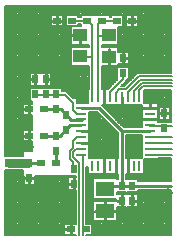
<source format=gtl>
%FSLAX24Y24*%
%MOIN*%
G70*
G01*
G75*
G04 Layer_Physical_Order=1*
G04 Layer_Color=255*
%ADD10C,0.0080*%
%ADD11R,0.0200X0.0250*%
%ADD12R,0.0250X0.0200*%
%ADD13R,0.0472X0.0433*%
%ADD14R,0.0110X0.0354*%
%ADD15R,0.0354X0.0110*%
%ADD16R,0.0354X0.0110*%
%ADD17R,0.0591X0.0512*%
%ADD18C,0.0100*%
%ADD19C,0.0300*%
%ADD20C,0.0060*%
%ADD21R,0.0510X0.0300*%
%ADD22C,0.0320*%
D10*
X4555Y8765D02*
G03*
X4470Y8800I-85J-85D01*
G01*
X4555Y8765D02*
G03*
X4470Y8800I-85J-85D01*
G01*
X6505Y9115D02*
G03*
X6539Y9185I-85J85D01*
G01*
X6505Y9115D02*
G03*
X6539Y9185I-85J85D01*
G01*
X6950Y9410D02*
G03*
X6865Y9375I0J-120D01*
G01*
X6950Y9410D02*
G03*
X6865Y9375I0J-120D01*
G01*
X2500Y4000D02*
X4455Y4000D01*
X3428Y4000D02*
X3428Y5675D01*
X2500Y4000D02*
X4455Y4000D01*
X3218Y4000D02*
X3218Y5675D01*
X3148Y4000D02*
X3148Y5675D01*
X3358Y4000D02*
X3358Y5675D01*
X3288Y4000D02*
X3288Y5675D01*
X2500Y4210D02*
X4455Y4210D01*
X2500Y4280D02*
X4455Y4280D01*
X2500Y4070D02*
X4455Y4070D01*
X2500Y4140D02*
X4455Y4140D01*
X2500Y4910D02*
X4840Y4910D01*
X2500Y4980D02*
X4840Y4980D01*
X2500Y4350D02*
X4455Y4350D01*
X2500Y4840D02*
X4840Y4840D01*
X2500Y5820D02*
X3110Y5820D01*
X2500Y5890D02*
X3110Y5890D01*
X2500Y5680D02*
X3110Y5680D01*
X2500Y5750D02*
X3110Y5750D01*
X3110Y5675D02*
X3110Y5980D01*
X2500Y5960D02*
X3110Y5960D01*
X2500Y5050D02*
X4840Y5050D01*
X2500Y5540D02*
X4580Y5540D01*
X2500Y5610D02*
X4580Y5610D01*
X3110Y5675D02*
X3490Y5675D01*
X3490Y5680D02*
X4580Y5680D01*
X3490Y5675D02*
X3490Y5980D01*
X3490Y5890D02*
X4580Y5890D01*
X4128Y4000D02*
X4128Y5980D01*
X4268Y4000D02*
X4268Y5980D01*
X4198Y4000D02*
X4198Y5980D01*
X3568Y4000D02*
X3568Y5980D01*
X3498Y4000D02*
X3498Y5980D01*
X4058Y4000D02*
X4058Y5980D01*
X3848Y4000D02*
X3848Y5980D01*
X4455Y4000D02*
X4840Y4000D01*
X4455Y4000D02*
X4840Y4000D01*
X4408Y4000D02*
X4408Y5980D01*
X4338Y4000D02*
X4338Y5980D01*
X4455Y4000D02*
X4455Y4380D01*
X3490Y5750D02*
X4580Y5750D01*
X3490Y5820D02*
X4580Y5820D01*
X4618Y4380D02*
X4618Y5495D01*
X4580Y5495D02*
X4580Y5925D01*
X4548Y4380D02*
X4548Y5980D01*
X4478Y4380D02*
X4478Y5980D01*
X4688Y5925D02*
X4688Y5980D01*
X4618Y5925D02*
X4618Y5980D01*
X4688Y4380D02*
X4688Y5495D01*
X4828Y4380D02*
X4828Y5495D01*
X4758Y4380D02*
X4758Y5495D01*
X4758Y5925D02*
X4758Y5980D01*
X4828Y5925D02*
X4828Y5980D01*
X2500Y4000D02*
X2500Y6160D01*
X2588Y4000D02*
X2588Y6160D01*
X2518Y4000D02*
X2518Y6160D01*
X2500Y6640D02*
X2630Y6640D01*
X2500Y6640D02*
X2500Y11620D01*
X2658Y4000D02*
X2658Y6160D01*
X2500Y6160D02*
X2630Y6160D01*
X2500Y6030D02*
X3100Y6030D01*
X2500Y6100D02*
X3100Y6100D01*
X2798Y4000D02*
X2798Y6160D01*
X2728Y4000D02*
X2728Y6160D01*
X2630Y6160D02*
X3060Y6160D01*
X2630Y6160D02*
X3060Y6160D01*
X2658Y6640D02*
X2658Y11620D01*
X2630Y6640D02*
X3060Y6640D01*
X2500Y7220D02*
X3085Y7220D01*
X2500Y7360D02*
X3085Y7360D01*
X2630Y6640D02*
X3060Y6640D01*
X2500Y7150D02*
X3085Y7150D01*
X2518Y6640D02*
X2518Y11620D01*
X2500Y7430D02*
X3085Y7430D01*
X2728Y6640D02*
X2728Y11620D01*
X2588Y6640D02*
X2588Y11620D01*
X2500Y6800D02*
X3100Y6800D01*
X2500Y6870D02*
X3400Y6870D01*
X2500Y6660D02*
X3100Y6660D01*
X2500Y6730D02*
X3100Y6730D01*
X2500Y7080D02*
X3400Y7080D01*
X2500Y7290D02*
X3085Y7290D01*
X2500Y6940D02*
X3400Y6940D01*
X2500Y7010D02*
X3400Y7010D01*
X2938Y4000D02*
X2938Y6160D01*
X2868Y4000D02*
X2868Y6160D01*
X3078Y4000D02*
X3078Y6160D01*
X3008Y4000D02*
X3008Y6160D01*
X2868Y6640D02*
X2868Y11620D01*
X2798Y6640D02*
X2798Y11620D01*
X3100Y6640D02*
X3100Y6800D01*
X3078Y6640D02*
X3078Y11620D01*
X3778Y4000D02*
X3778Y5980D01*
X3708Y4000D02*
X3708Y5980D01*
X3988Y4000D02*
X3988Y5980D01*
X3918Y4000D02*
X3918Y5980D01*
X3060Y6160D02*
X3100Y6160D01*
X3060Y6640D02*
X3100Y6640D01*
X3638Y4000D02*
X3638Y5980D01*
X3100Y5980D02*
X3100Y6160D01*
X3148Y6800D02*
X3148Y7120D01*
X3288Y6800D02*
X3288Y7120D01*
X3218Y6800D02*
X3218Y7120D01*
X3008Y6640D02*
X3008Y11620D01*
X2938Y6640D02*
X2938Y11620D01*
X3085Y7120D02*
X3085Y7500D01*
X3288Y7500D02*
X3288Y8000D01*
X3100Y6800D02*
X3400Y6800D01*
X3100Y6800D02*
X3400Y6800D01*
X3400Y7120D01*
X3358Y6800D02*
X3358Y7120D01*
X3085Y7120D02*
X3400Y7120D01*
X3358Y7500D02*
X3358Y8000D01*
X2500Y4490D02*
X4840Y4490D01*
X4455Y4380D02*
X4840Y4380D01*
X2500Y4420D02*
X4840Y4420D01*
X2500Y4560D02*
X4840Y4560D01*
X2500Y4630D02*
X4840Y4630D01*
X4840Y4380D02*
X4840Y5495D01*
X2500Y4700D02*
X4840Y4700D01*
X5190Y4380D02*
X5385Y4380D01*
X5190Y4420D02*
X8030Y4420D01*
X5190Y4000D02*
X5385Y4000D01*
X5190Y4000D02*
X5385Y4000D01*
X5190Y4630D02*
X5435Y4630D01*
X5190Y4700D02*
X5435Y4700D01*
X5190Y4490D02*
X5435Y4490D01*
X5190Y4560D02*
X5435Y4560D01*
X2500Y5190D02*
X4840Y5190D01*
X2500Y5260D02*
X4840Y5260D01*
X2500Y4770D02*
X4840Y4770D01*
X2500Y5120D02*
X4840Y5120D01*
X2500Y5330D02*
X4840Y5330D01*
X2500Y5470D02*
X4840Y5470D01*
X4580Y5495D02*
X4840Y5495D01*
X4580Y5925D02*
X4840Y5925D01*
X5190Y4910D02*
X5435Y4910D01*
X5190Y4980D02*
X5435Y4980D01*
X5190Y4770D02*
X5435Y4770D01*
X5190Y4840D02*
X5435Y4840D01*
X5190Y5050D02*
X5435Y5050D01*
X2500Y5400D02*
X4840Y5400D01*
X5190Y5120D02*
X5435Y5120D01*
X5190Y5470D02*
X5435Y5470D01*
X5458Y4000D02*
X5458Y4456D01*
X5385Y4000D02*
X5385Y4380D01*
X5598Y4000D02*
X5598Y4456D01*
X5528Y4000D02*
X5528Y4456D01*
X5435Y4456D02*
X5435Y5148D01*
X5668Y5148D02*
X5668Y5204D01*
X5598Y5148D02*
X5598Y5204D01*
X5385Y4070D02*
X8030Y4070D01*
X5385Y4140D02*
X8030Y4140D01*
X5385Y4000D02*
X8030Y4000D01*
X5385Y4000D02*
X8030Y4000D01*
X5385Y4210D02*
X8030Y4210D01*
X5385Y4280D02*
X8030Y4280D01*
X5385Y4350D02*
X8030Y4350D01*
X5435Y4456D02*
X6205Y4456D01*
X5190Y5400D02*
X5435Y5400D01*
X5190Y5540D02*
X5435Y5540D01*
X5190Y5260D02*
X5435Y5260D01*
X5190Y5330D02*
X5435Y5330D01*
X5190Y5610D02*
X5435Y5610D01*
X5190Y5820D02*
X5435Y5820D01*
X5435Y5204D02*
X5435Y5896D01*
X5190Y5890D02*
X5435Y5890D01*
X5435Y5148D02*
X6180Y5148D01*
X5190Y5190D02*
X6180Y5190D01*
X5528Y5148D02*
X5528Y5204D01*
X5458Y5148D02*
X5458Y5204D01*
X5190Y5680D02*
X5435Y5680D01*
X5190Y5750D02*
X5435Y5750D01*
X5435Y5204D02*
X6180Y5204D01*
X5435Y5896D02*
X6205Y5896D01*
X3490Y5960D02*
X4840Y5960D01*
X4840Y5925D02*
X4840Y5980D01*
X3490Y5980D02*
X4840Y5980D01*
X5190Y6100D02*
X5247Y6100D01*
X5190Y6240D02*
X5247Y6240D01*
X5190Y4380D02*
X5190Y6280D01*
X5247Y6035D02*
X5247Y6280D01*
X5190Y5960D02*
X6237Y5960D01*
X5190Y6030D02*
X6237Y6030D01*
X5248Y4380D02*
X5248Y6035D01*
X5247Y6035D02*
X5444Y6035D01*
X5190Y6170D02*
X5247Y6170D01*
X5190Y6280D02*
X5247Y6280D01*
X5289Y6570D02*
X5289Y6724D01*
X5289Y6590D02*
X6237Y6590D01*
X5289Y6818D02*
X5289Y6921D01*
X5289Y6724D02*
X5289Y6818D01*
X5289Y6724D02*
X5289Y6818D01*
X5289Y7211D02*
X5289Y7315D01*
X5289Y7408D02*
X5289Y7512D01*
X5289Y7430D02*
X6222Y7430D01*
X5289Y6800D02*
X6237Y6800D01*
X5289Y6870D02*
X6237Y6870D01*
X5289Y6660D02*
X6237Y6660D01*
X5289Y6730D02*
X6237Y6730D01*
X5289Y7290D02*
X6237Y7290D01*
X5289Y7360D02*
X6237Y7360D01*
X5289Y6940D02*
X6237Y6940D01*
X5289Y7220D02*
X6237Y7220D01*
X5388Y4000D02*
X5388Y6035D01*
X5318Y4380D02*
X5318Y6035D01*
X5458Y5896D02*
X5458Y6035D01*
X5444Y6035D02*
X5538Y6035D01*
X5318Y6569D02*
X5318Y8100D01*
X5290Y6569D02*
X5444Y6569D01*
X5528Y5896D02*
X5528Y6035D01*
X5388Y6569D02*
X5388Y8100D01*
X5538Y6035D02*
X5641Y6035D01*
X5444Y6035D02*
X5538Y6035D01*
X5598Y5896D02*
X5598Y6035D01*
X5641Y6035D02*
X5734Y6035D01*
X5641Y6569D02*
X5734Y6569D01*
X5598Y6569D02*
X5598Y8054D01*
X5641Y6035D02*
X5734Y6035D01*
X5641Y6569D02*
X5734Y6569D01*
X5289Y7014D02*
X5289Y7118D01*
X5289Y7211D01*
X5289Y6921D02*
X5289Y7014D01*
X5289Y6921D02*
X5289Y7014D01*
X5289Y7118D02*
X5289Y7211D01*
X5289Y7315D02*
X5289Y7408D01*
X5458Y6569D02*
X5458Y8100D01*
X5289Y7315D02*
X5289Y7408D01*
X5444Y6569D02*
X5538Y6569D01*
X5289Y7010D02*
X6237Y7010D01*
X5538Y6569D02*
X5641Y6569D01*
X5444Y6569D02*
X5538Y6569D01*
X5289Y7080D02*
X6237Y7080D01*
X5289Y7150D02*
X6237Y7150D01*
X5528Y6569D02*
X5528Y8100D01*
X5552Y8100D02*
X6237Y7415D01*
X2500Y7500D02*
X3085Y7500D01*
X3400Y7500D01*
X2500Y7570D02*
X3400Y7570D01*
X3085Y8000D02*
X3085Y8380D01*
X2500Y8060D02*
X3085Y8060D01*
X3218Y7500D02*
X3218Y8000D01*
X3148Y7500D02*
X3148Y8000D01*
X2500Y7710D02*
X3400Y7710D01*
X2500Y7780D02*
X3400Y7780D01*
X3085Y7500D02*
X3400Y7500D01*
X2500Y7640D02*
X3400Y7640D01*
X2500Y7850D02*
X3400Y7850D01*
X2500Y7920D02*
X3400Y7920D01*
X2500Y7990D02*
X3400Y7990D01*
X3085Y8000D02*
X3400Y8000D01*
X2500Y8130D02*
X3085Y8130D01*
X2500Y8200D02*
X3085Y8200D01*
X2500Y8270D02*
X3085Y8270D01*
X2500Y8550D02*
X3310Y8550D01*
X2500Y8900D02*
X3310Y8900D01*
X2500Y8340D02*
X3085Y8340D01*
X2500Y8480D02*
X3310Y8480D01*
X2500Y8620D02*
X3310Y8620D01*
X2500Y8690D02*
X3310Y8690D01*
X3085Y8380D02*
X3400Y8380D01*
X2500Y8410D02*
X3400Y8410D01*
X2500Y9040D02*
X3310Y9040D01*
X2500Y9110D02*
X3310Y9110D01*
X2500Y8760D02*
X3310Y8760D01*
X2500Y8830D02*
X3310Y8830D01*
X3358Y8380D02*
X3358Y8475D01*
X3310Y8475D02*
X3310Y8905D01*
X3310Y8475D02*
X3400Y8475D01*
X3400Y8380D02*
X3400Y8475D01*
X3358Y8905D02*
X3358Y8975D01*
X3400Y7500D02*
X3400Y8000D01*
X3310Y8905D02*
X3650Y8905D01*
X4370Y8800D02*
X4470Y8800D01*
X3568Y8905D02*
X3568Y8975D01*
X3498Y8905D02*
X3498Y8975D01*
X4370Y8800D02*
X4370Y8905D01*
X3638Y8905D02*
X3638Y8975D01*
X3428Y8905D02*
X3428Y8975D01*
X3310Y8975D02*
X3650Y8975D01*
X3650Y8905D02*
X3690Y8905D01*
X3650Y8905D02*
X3690Y8905D01*
X3650Y8975D02*
X3690Y8975D01*
X3650Y8975D02*
X3690Y8975D01*
X3778Y8905D02*
X3778Y8975D01*
X3708Y8905D02*
X3708Y8975D01*
X3990Y8905D02*
X4030Y8905D01*
X3690Y8905D02*
X3990Y8905D01*
X4030Y8905D02*
X4370Y8905D01*
X3990Y8905D02*
X4030Y8905D01*
X3848Y8905D02*
X3848Y8975D01*
X3690Y8975D02*
X4030Y8975D01*
X3988Y8905D02*
X3988Y8975D01*
X3918Y8905D02*
X3918Y8975D01*
X2500Y9390D02*
X3310Y9390D01*
X2500Y9180D02*
X3310Y9180D01*
X2500Y9320D02*
X3310Y9320D01*
X3218Y8380D02*
X3218Y11620D01*
X3148Y8380D02*
X3148Y11620D01*
X3288Y8380D02*
X3288Y11620D01*
X3310Y8975D02*
X3310Y9405D01*
X2500Y9250D02*
X3310Y9250D01*
X3310Y9405D02*
X3650Y9405D01*
X3498Y9405D02*
X3498Y11620D01*
X3428Y9405D02*
X3428Y11620D01*
X3650Y9405D02*
X3690Y9405D01*
X3650Y9405D02*
X3690Y9405D01*
X3568Y9405D02*
X3568Y11620D01*
X3358Y9405D02*
X3358Y11620D01*
X3708Y9405D02*
X3708Y11620D01*
X3638Y9405D02*
X3638Y11620D01*
X2500Y11070D02*
X4005Y11070D01*
X2500Y11140D02*
X4005Y11140D01*
X3690Y9405D02*
X4030Y9405D01*
X2500Y11000D02*
X4005Y11000D01*
X2500Y11210D02*
X4005Y11210D01*
X2500Y11280D02*
X4005Y11280D01*
X3848Y9405D02*
X3848Y11620D01*
X3778Y9405D02*
X3778Y11620D01*
X4058Y8905D02*
X4058Y10960D01*
X4030Y8975D02*
X4030Y9405D01*
X4198Y8905D02*
X4198Y10960D01*
X4128Y8905D02*
X4128Y10960D01*
X3988Y9405D02*
X3988Y11620D01*
X3918Y9405D02*
X3918Y11620D01*
X4005Y10960D02*
X4005Y11340D01*
X4338Y8905D02*
X4338Y10960D01*
X4005Y10960D02*
X4435Y10960D01*
X4548Y8771D02*
X4548Y10960D01*
X4408Y8800D02*
X4408Y10960D01*
X4268Y8905D02*
X4268Y10960D01*
X4435Y10960D02*
X4435Y11340D01*
X4478Y8800D02*
X4478Y11620D01*
X4505Y10960D02*
X4505Y11340D01*
X4128Y11340D02*
X4128Y11620D01*
X4198Y11340D02*
X4198Y11620D01*
X4058Y11340D02*
X4058Y11620D01*
X4338Y11340D02*
X4338Y11620D01*
X4268Y11340D02*
X4268Y11620D01*
X4435Y11140D02*
X4505Y11140D01*
X4435Y11210D02*
X4505Y11210D01*
X4435Y11000D02*
X4505Y11000D01*
X4435Y11070D02*
X4505Y11070D01*
X4408Y11340D02*
X4408Y11620D01*
X4005Y11340D02*
X4435Y11340D01*
X4435Y11280D02*
X4505Y11280D01*
X4548Y11340D02*
X4548Y11620D01*
X4560Y8760D02*
X5247Y8760D01*
X4760Y8560D02*
X4900Y8560D01*
X4630Y8690D02*
X5247Y8690D01*
X4555Y8765D02*
X4760Y8560D01*
X4758Y8562D02*
X4758Y9644D01*
X4688Y8632D02*
X4688Y9644D01*
X4370Y8900D02*
X5272Y8900D01*
X2500Y8970D02*
X5272Y8970D01*
X4700Y8620D02*
X5247Y8620D01*
X4370Y8830D02*
X5247Y8830D01*
X4030Y9180D02*
X5272Y9180D01*
X4030Y9250D02*
X5272Y9250D01*
X4030Y9040D02*
X5272Y9040D01*
X4030Y9110D02*
X5272Y9110D01*
X2500Y9880D02*
X4674Y9880D01*
X2500Y9950D02*
X4674Y9950D01*
X2500Y9740D02*
X4674Y9740D01*
X2500Y9810D02*
X4674Y9810D01*
X2500Y10160D02*
X4674Y10160D01*
X2500Y10230D02*
X4674Y10230D01*
X2500Y10020D02*
X4674Y10020D01*
X2500Y10090D02*
X4674Y10090D01*
X2500Y9460D02*
X5272Y9460D01*
X2500Y9530D02*
X5272Y9530D01*
X4030Y9320D02*
X5272Y9320D01*
X4030Y9390D02*
X5272Y9390D01*
X2500Y9600D02*
X5272Y9600D01*
X2500Y9670D02*
X4674Y9670D01*
X4674Y9644D02*
X5272Y9644D01*
X4674Y9644D02*
X4674Y10257D01*
X5289Y7605D02*
X5289Y7708D01*
X5289Y7802D01*
X5289Y7512D02*
X5289Y7605D01*
X5289Y7512D02*
X5289Y7605D01*
X5289Y7905D02*
X5289Y7999D01*
X5289Y7905D02*
X5289Y7999D01*
X5289Y7708D02*
X5289Y7802D01*
X5289Y7905D01*
X5289Y7640D02*
X6012Y7640D01*
X5289Y7710D02*
X5942Y7710D01*
X5289Y7500D02*
X6152Y7500D01*
X5289Y7570D02*
X6082Y7570D01*
X5289Y7920D02*
X5732Y7920D01*
X5289Y7990D02*
X5662Y7990D01*
X5289Y7780D02*
X5872Y7780D01*
X5289Y7850D02*
X5802Y7850D01*
X4898Y8560D02*
X4898Y9644D01*
X4828Y8560D02*
X4828Y9644D01*
X4900Y8392D02*
X4900Y8560D01*
X4900Y8480D02*
X5247Y8480D01*
X5038Y8392D02*
X5038Y9644D01*
X4968Y8392D02*
X4968Y9644D01*
X5178Y8392D02*
X5178Y9644D01*
X5108Y8392D02*
X5108Y9644D01*
X5289Y8100D02*
X5552Y8100D01*
X4900Y8392D02*
X5247Y8392D01*
X5289Y7999D02*
X5289Y8100D01*
X5289Y8060D02*
X5592Y8060D01*
X4900Y8410D02*
X5247Y8410D01*
X4900Y8550D02*
X5247Y8550D01*
X5247Y8392D02*
X5247Y8865D01*
X5272Y8865D02*
X5272Y9644D01*
X2500Y10510D02*
X4674Y10510D01*
X2500Y10370D02*
X4674Y10370D01*
X2500Y10440D02*
X4674Y10440D01*
X2500Y10650D02*
X4674Y10650D01*
X2500Y10720D02*
X4674Y10720D01*
X4618Y8702D02*
X4618Y10960D01*
X4674Y10344D02*
X4674Y10957D01*
X4674Y10257D02*
X5272Y10257D01*
X2500Y10300D02*
X5272Y10300D01*
X4828Y10257D02*
X4828Y10344D01*
X4758Y10257D02*
X4758Y10344D01*
X4674Y10344D02*
X5272Y10344D01*
X2500Y10580D02*
X4674Y10580D01*
X4688Y10257D02*
X4688Y10344D01*
X2500Y10790D02*
X4674Y10790D01*
X2500Y10860D02*
X4674Y10860D01*
X2500Y10930D02*
X4674Y10930D01*
X4618Y11340D02*
X4618Y11620D01*
X4758Y11340D02*
X4758Y11620D01*
X4688Y11340D02*
X4688Y11620D01*
X4898Y11340D02*
X4898Y11620D01*
X4828Y11340D02*
X4828Y11620D01*
X4505Y11340D02*
X4935Y11340D01*
X2500Y11350D02*
X8030Y11350D01*
X4674Y10957D02*
X5005Y10957D01*
X4505Y10960D02*
X4935Y10960D01*
X2500Y11560D02*
X8030Y11560D01*
X2500Y11620D02*
X8030Y11620D01*
X2500Y11420D02*
X8030Y11420D01*
X2500Y11490D02*
X8030Y11490D01*
X4898Y10257D02*
X4898Y10344D01*
X4935Y10960D02*
X4935Y11020D01*
X4968Y10257D02*
X4968Y10344D01*
X4968Y10957D02*
X4968Y11020D01*
X4935Y11020D02*
X5005Y11020D01*
X4935Y11260D02*
X4935Y11340D01*
X5005Y10957D02*
X5005Y11020D01*
X4968Y11260D02*
X4968Y11620D01*
X5178Y10257D02*
X5178Y10344D01*
X5108Y10257D02*
X5108Y10344D01*
X5272Y10257D02*
X5272Y10344D01*
X5248Y10257D02*
X5248Y10344D01*
X4935Y11000D02*
X5005Y11000D01*
X5038Y10257D02*
X5038Y10344D01*
X5005Y11260D02*
X5005Y11330D01*
X4935Y11260D02*
X5005Y11260D01*
X4935Y11280D02*
X5005Y11280D01*
X5108Y11330D02*
X5108Y11620D01*
X5038Y11330D02*
X5038Y11620D01*
X5248Y11330D02*
X5248Y11620D01*
X5178Y11330D02*
X5178Y11620D01*
X5388Y11330D02*
X5388Y11620D01*
X5318Y11330D02*
X5318Y11620D01*
X5010Y11330D02*
X5435Y11330D01*
X5010Y11330D02*
X5435Y11330D01*
X5505Y11330D02*
X5935Y11330D01*
X5435Y11330D02*
X5505Y11330D01*
X5935Y11330D01*
X5458Y11330D02*
X5458Y11620D01*
X5598Y11330D02*
X5598Y11620D01*
X5528Y11330D02*
X5528Y11620D01*
X5668Y4000D02*
X5668Y4456D01*
X5808Y4000D02*
X5808Y4456D01*
X5738Y4000D02*
X5738Y4456D01*
X5738Y5148D02*
X5738Y5204D01*
X5878Y4000D02*
X5878Y4456D01*
X6018Y4000D02*
X6018Y4456D01*
X5948Y4000D02*
X5948Y4456D01*
X6158Y4000D02*
X6158Y4456D01*
X6088Y4000D02*
X6088Y4456D01*
X5948Y5148D02*
X5948Y5204D01*
X6205Y4456D02*
X6205Y4935D01*
X6530Y4935D01*
X5878Y5148D02*
X5878Y5204D01*
X5808Y5148D02*
X5808Y5204D01*
X6088Y5148D02*
X6088Y5204D01*
X6018Y5148D02*
X6018Y5204D01*
X5948Y5896D02*
X5948Y6035D01*
X5931Y6035D02*
X6035Y6035D01*
X6018Y5896D02*
X6018Y6035D01*
X6035Y6035D02*
X6128Y6035D01*
X6180Y5148D02*
X6180Y5204D01*
X6158Y5148D02*
X6158Y5204D01*
X6205Y5365D02*
X6205Y5435D01*
X6530Y5435D01*
X6205Y5865D02*
X6205Y5896D01*
X6158Y5896D02*
X6158Y6035D01*
X6205Y5865D02*
X6237Y5865D01*
X6205Y5890D02*
X6237Y5890D01*
X6298Y4000D02*
X6298Y4935D01*
X6438Y4000D02*
X6438Y4935D01*
X6368Y4000D02*
X6368Y4935D01*
X6228Y4000D02*
X6228Y4935D01*
X6648Y4000D02*
X6648Y4935D01*
X6578Y4000D02*
X6578Y4935D01*
X6858Y4000D02*
X6858Y4935D01*
X6718Y4000D02*
X6718Y4935D01*
X6508Y4000D02*
X6508Y4935D01*
X6788Y4000D02*
X6788Y4935D01*
X6228Y5365D02*
X6228Y5435D01*
X6205Y5365D02*
X6530Y5365D01*
X6368Y5365D02*
X6368Y5435D01*
X6298Y5365D02*
X6298Y5435D01*
X6508Y5365D02*
X6508Y5435D01*
X6438Y5365D02*
X6438Y5435D01*
X6648Y5365D02*
X6648Y5435D01*
X6578Y5365D02*
X6578Y5435D01*
X6560Y5365D02*
X6910Y5365D01*
X6788Y5365D02*
X6788Y5435D01*
X6718Y5365D02*
X6718Y5435D01*
X6648Y5865D02*
X6648Y6035D01*
X6625Y6035D02*
X6719Y6035D01*
X6858Y5365D02*
X6858Y5435D01*
X6718Y5865D02*
X6718Y6035D01*
X5734Y6035D02*
X5838Y6035D01*
X5808Y5896D02*
X5808Y6035D01*
X5738Y5896D02*
X5738Y6035D01*
X5668Y5896D02*
X5668Y6035D01*
X5808Y6569D02*
X5808Y7844D01*
X5838Y6035D02*
X5931Y6035D01*
X5838Y6035D02*
X5931Y6035D01*
X6088Y5896D02*
X6088Y6035D01*
X5878Y5896D02*
X5878Y6035D01*
X6128Y6035D02*
X6232Y6035D01*
X6035Y6035D02*
X6128Y6035D01*
X5838Y6569D02*
X5931Y6569D01*
X5734Y6569D02*
X5838Y6569D01*
X6018Y6569D02*
X6018Y7634D01*
X5838Y6569D02*
X5931Y6569D01*
X5738Y6569D02*
X5738Y7914D01*
X5668Y6569D02*
X5668Y7984D01*
X5948Y6569D02*
X5948Y7704D01*
X5878Y6569D02*
X5878Y7774D01*
X6035Y6569D02*
X6128Y6569D01*
X5931Y6569D02*
X6035Y6569D01*
X6128Y6569D02*
X6232Y6569D01*
X6035Y6569D02*
X6128Y6569D01*
X6088Y6569D02*
X6088Y7564D01*
X5717Y8331D02*
X6448Y7600D01*
X6228Y6569D02*
X6228Y7424D01*
X6158Y6569D02*
X6158Y7494D01*
X6237Y5865D02*
X6237Y6035D01*
X6228Y5865D02*
X6228Y6035D01*
X6578Y5865D02*
X6578Y6035D01*
X6517Y5865D02*
X6517Y6035D01*
X6517Y6569D02*
X6517Y7320D01*
X6578Y6569D02*
X6578Y7320D01*
X6625Y6035D02*
X6719Y6035D01*
X6522Y6035D02*
X6625Y6035D01*
X6858Y5865D02*
X6858Y6035D01*
X6788Y5865D02*
X6788Y6035D01*
X6718Y6569D02*
X6718Y7320D01*
X6522Y6569D02*
X6625Y6569D01*
X6719Y6035D02*
X6822Y6035D01*
X6858Y6569D02*
X6858Y7320D01*
X6237Y6569D02*
X6237Y7415D01*
X6228Y7820D02*
X6228Y8331D01*
X6648Y6569D02*
X6648Y7320D01*
X6298Y7750D02*
X6298Y8331D01*
X6438Y7610D02*
X6438Y8331D01*
X6368Y7680D02*
X6368Y8331D01*
X6578Y7600D02*
X6578Y8331D01*
X6508Y7600D02*
X6508Y8331D01*
X6625Y6569D02*
X6719Y6569D01*
X6625Y6569D02*
X6719Y6569D01*
X6788Y6569D02*
X6788Y7320D01*
X6719Y6569D02*
X6822Y6569D01*
X6718Y7600D02*
X6718Y8331D01*
X6648Y7600D02*
X6648Y8331D01*
X6858Y7600D02*
X6858Y8331D01*
X6788Y7600D02*
X6788Y8331D01*
X6205Y4700D02*
X8030Y4700D01*
X6205Y4490D02*
X8030Y4490D01*
X6205Y4560D02*
X8030Y4560D01*
X6205Y4770D02*
X8030Y4770D01*
X6560Y4935D02*
X6910Y4935D01*
X6928Y4000D02*
X6928Y5510D01*
X6910Y4935D02*
X6910Y5365D01*
X6205Y4630D02*
X8030Y4630D01*
X6205Y4840D02*
X8030Y4840D01*
X6205Y4910D02*
X8030Y4910D01*
X6910Y4980D02*
X8030Y4980D01*
X6910Y5190D02*
X8030Y5190D01*
X6910Y5260D02*
X8030Y5260D01*
X6910Y5050D02*
X8030Y5050D01*
X6910Y5120D02*
X8030Y5120D01*
X6560Y5435D02*
X6910Y5435D01*
X6560Y5865D02*
X6910Y5865D01*
X6910Y5435D02*
X6910Y5510D01*
X8020Y5510D01*
X6822Y6035D02*
X6916Y6035D01*
X6822Y6035D02*
X6916Y6035D01*
X6910Y5790D02*
X6910Y5865D01*
X6916Y6035D02*
X7112Y6035D01*
X6910Y5330D02*
X8030Y5330D01*
X6205Y5400D02*
X8030Y5400D01*
X6910Y5470D02*
X8030Y5470D01*
X6910Y5790D02*
X8020Y5790D01*
X6517Y5960D02*
X8030Y5960D01*
X6517Y6030D02*
X8030Y6030D01*
X6910Y5820D02*
X8030Y5820D01*
X6517Y5890D02*
X8030Y5890D01*
X7348Y4000D02*
X7348Y5510D01*
X7278Y4000D02*
X7278Y5510D01*
X7488Y4000D02*
X7488Y5510D01*
X7418Y4000D02*
X7418Y5510D01*
X7068Y4000D02*
X7068Y5510D01*
X6998Y4000D02*
X6998Y5510D01*
X7208Y4000D02*
X7208Y5510D01*
X7138Y4000D02*
X7138Y5510D01*
X7628Y4000D02*
X7628Y5510D01*
X7558Y4000D02*
X7558Y5510D01*
X7768Y4000D02*
X7768Y5510D01*
X7698Y4000D02*
X7698Y5510D01*
X7908Y4000D02*
X7908Y5510D01*
X7838Y4000D02*
X7838Y5510D01*
X8030Y4000D02*
X8030Y5510D01*
X7978Y4000D02*
X7978Y5510D01*
X6998Y5790D02*
X6998Y6035D01*
X6928Y5790D02*
X6928Y6035D01*
X7068Y5790D02*
X7068Y6035D01*
X7112Y6035D02*
X7112Y6527D01*
X7208Y5790D02*
X7208Y6527D01*
X7138Y5790D02*
X7138Y6527D01*
X7348Y5790D02*
X7348Y6527D01*
X7278Y5790D02*
X7278Y6527D01*
X7112Y6240D02*
X8030Y6240D01*
X7112Y6310D02*
X8030Y6310D01*
X7112Y6100D02*
X8030Y6100D01*
X7112Y6170D02*
X8030Y6170D01*
X7112Y6380D02*
X8030Y6380D01*
X7112Y6450D02*
X8030Y6450D01*
X7418Y5790D02*
X7418Y6527D01*
X7112Y6520D02*
X8030Y6520D01*
X6517Y6870D02*
X7051Y6870D01*
X6822Y6569D02*
X6916Y6569D01*
X6822Y6569D02*
X6916Y6569D01*
X6928Y6569D02*
X6928Y7320D01*
X6517Y6940D02*
X7051Y6940D01*
X6998Y6569D02*
X6998Y7320D01*
X7051Y6724D02*
X7051Y7014D01*
X6517Y6590D02*
X7051Y6590D01*
X6517Y6660D02*
X7051Y6660D01*
X7051Y6569D02*
X7051Y6724D01*
X6916Y6569D02*
X7051Y6569D01*
X6517Y6730D02*
X7051Y6730D01*
X6517Y6800D02*
X7051Y6800D01*
X7051Y6724D02*
X7051Y6818D01*
X7051Y6921D02*
X7051Y7014D01*
X6517Y7010D02*
X7051Y7010D01*
X6517Y7080D02*
X7051Y7080D01*
X7051Y7014D02*
X7051Y7118D01*
X6517Y7150D02*
X7051Y7150D01*
X6517Y7220D02*
X7051Y7220D01*
X6928Y7600D02*
X6928Y8331D01*
X7051Y7118D02*
X7051Y7211D01*
X6998Y7600D02*
X6998Y8331D01*
X6517Y7320D02*
X7051Y7320D01*
X6448Y7600D02*
X7051Y7600D01*
X7051Y7118D02*
X7051Y7211D01*
X6517Y7290D02*
X7051Y7290D01*
X6338Y7710D02*
X7051Y7710D01*
X6268Y7780D02*
X7051Y7780D01*
X6408Y7640D02*
X7051Y7640D01*
X7051Y7802D02*
X7051Y7905D01*
X7112Y6527D02*
X7585Y6527D01*
X7051Y7211D02*
X7051Y7315D01*
X7558Y5790D02*
X7558Y6527D01*
X7488Y5790D02*
X7488Y6527D01*
X7051Y7605D02*
X7051Y7708D01*
X7051Y7802D01*
X7051Y7708D02*
X7051Y7802D01*
X7585Y7770D02*
X7585Y7802D01*
X7908Y5790D02*
X7908Y6552D01*
X7585Y6552D02*
X8030Y6552D01*
X8030Y5790D02*
X8030Y6552D01*
X7978Y5790D02*
X7978Y6552D01*
X7698Y5790D02*
X7698Y6552D01*
X7628Y5790D02*
X7628Y6552D01*
X7838Y5790D02*
X7838Y6552D01*
X7768Y5790D02*
X7768Y6552D01*
X7585Y7770D02*
X7585Y7802D01*
X7628Y7775D02*
X7628Y7845D01*
X7768Y7775D02*
X7768Y7845D01*
X7698Y7775D02*
X7698Y7845D01*
X7585Y7802D02*
X7585Y7905D01*
X7610Y7845D02*
X7610Y8275D01*
X7610Y7775D02*
X7990Y7775D01*
X7585Y7780D02*
X8030Y7780D01*
X7990Y7770D02*
X8030Y7770D01*
X7908Y7775D02*
X7908Y7845D01*
X7838Y7775D02*
X7838Y7845D01*
X7610Y7845D02*
X7990Y7845D01*
X8030Y7770D02*
X8030Y8840D01*
X7978Y7775D02*
X7978Y7845D01*
X5734Y8331D02*
X5838Y8331D01*
X5808Y8240D02*
X5808Y8331D01*
X5734Y8865D02*
X5838Y8865D01*
X5709Y8865D02*
X5709Y9643D01*
X5738Y8865D02*
X5738Y9643D01*
X5838Y8331D02*
X5931Y8331D01*
X5838Y8331D02*
X5931Y8331D01*
X5948Y8100D02*
X5948Y8331D01*
X5878Y8170D02*
X5878Y8331D01*
X5916Y8865D02*
X6235Y9185D01*
X5838Y8865D02*
X5916Y8865D01*
X6018Y8030D02*
X6018Y8331D01*
X5931Y8331D02*
X6035Y8331D01*
X5709Y8970D02*
X6020Y8970D01*
X5709Y9040D02*
X6090Y9040D01*
X5838Y8865D02*
X5916Y8865D01*
X5709Y8900D02*
X5950Y8900D01*
X5878Y8865D02*
X5878Y9643D01*
X5808Y8865D02*
X5808Y9643D01*
X5948Y8898D02*
X5948Y9643D01*
X6018Y8968D02*
X6018Y9643D01*
X5709Y9250D02*
X6230Y9250D01*
X5709Y9320D02*
X6230Y9320D01*
X5709Y9110D02*
X6160Y9110D01*
X5709Y9180D02*
X6230Y9180D01*
X5709Y9530D02*
X6230Y9530D01*
X5709Y9600D02*
X6230Y9600D01*
X5709Y9390D02*
X6230Y9390D01*
X5709Y9460D02*
X6230Y9460D01*
X6128Y8331D02*
X6232Y8331D01*
X6325Y8331D01*
X6232Y8331D02*
X6325Y8331D01*
X6035Y8331D02*
X6128Y8331D01*
X6035Y8331D02*
X6128Y8331D01*
X6158Y7890D02*
X6158Y8331D01*
X6088Y7960D02*
X6088Y8331D01*
X6428Y8331D02*
X6522Y8331D01*
X6325Y8331D02*
X6428Y8331D01*
X6625Y8331D02*
X6719Y8331D01*
X6428Y8331D02*
X6522Y8331D01*
X6365Y8975D02*
X6466Y8975D01*
X6625Y8331D02*
X6719Y8331D01*
X6522Y8331D02*
X6625Y8331D01*
X6365Y8975D02*
X6505Y9115D01*
X6430Y9040D02*
X6530Y9040D01*
X6438Y8975D02*
X6438Y9048D01*
X6508Y9018D02*
X6508Y9118D01*
X6088Y9038D02*
X6088Y9643D01*
X6158Y9108D02*
X6158Y9643D01*
X6228Y9178D02*
X6228Y9643D01*
X6230Y9185D02*
X6230Y9615D01*
X6500Y9110D02*
X6600Y9110D01*
X6578Y9088D02*
X6578Y9185D01*
X6538Y9180D02*
X6670Y9180D01*
X6230Y9615D02*
X6610Y9615D01*
X6610Y9185D02*
X6610Y9615D01*
X6539Y9185D02*
X6610Y9185D01*
X5738Y10256D02*
X5738Y10344D01*
X5808Y10256D02*
X5808Y10344D01*
X5709Y10256D02*
X5709Y10344D01*
X5948Y10256D02*
X5948Y10344D01*
X5878Y10256D02*
X5878Y10344D01*
X5709Y9643D02*
X6266Y9643D01*
X6266Y9685D02*
X6610Y9685D01*
X6266Y9643D02*
X6266Y9685D01*
X6266Y10115D02*
X6610Y10115D01*
X6018Y10256D02*
X6018Y10344D01*
X5709Y10256D02*
X6266Y10256D01*
X6228Y10256D02*
X6228Y10344D01*
X6158Y10256D02*
X6158Y10344D01*
X5948Y11330D02*
X5948Y11620D01*
X5935Y11330D02*
X5980Y11330D01*
X6005Y11260D02*
X6005Y11330D01*
X5980Y11260D02*
X5980Y11330D01*
X5738Y11330D02*
X5738Y11620D01*
X5668Y11330D02*
X5668Y11620D01*
X5878Y11330D02*
X5878Y11620D01*
X5808Y11330D02*
X5808Y11620D01*
X5709Y10344D02*
X6266Y10344D01*
X6005Y11330D02*
X6435Y11330D01*
X6088Y10256D02*
X6088Y10344D01*
X6266Y10344D02*
X6266Y10950D01*
X6088Y11330D02*
X6088Y11620D01*
X6018Y11330D02*
X6018Y11620D01*
X6228Y11330D02*
X6228Y11620D01*
X6158Y11330D02*
X6158Y11620D01*
X6368Y9615D02*
X6368Y9685D01*
X6298Y9615D02*
X6298Y9685D01*
X6438Y9615D02*
X6438Y9685D01*
X6298Y10115D02*
X6298Y10950D01*
X6266Y10115D02*
X6266Y10256D01*
X6368Y10115D02*
X6368Y10950D01*
X6508Y9615D02*
X6508Y9685D01*
X6578Y9615D02*
X6578Y9685D01*
X6610Y9685D02*
X6610Y10115D01*
X6508Y10115D02*
X6508Y10950D01*
X6438Y10115D02*
X6438Y11620D01*
X6648Y9158D02*
X6648Y10950D01*
X6718Y9228D02*
X6718Y10950D01*
X6266Y10950D02*
X6435Y10950D01*
X6435Y11000D02*
X6505Y11000D01*
X6435Y11070D02*
X6505Y11070D01*
X6435Y11140D02*
X6505Y11140D01*
X6368Y11330D02*
X6368Y11620D01*
X6298Y11330D02*
X6298Y11620D01*
X6505Y10950D02*
X6505Y11330D01*
X6435Y10950D02*
X6435Y11330D01*
X6435Y11210D02*
X6505Y11210D01*
X6435Y11280D02*
X6505Y11280D01*
X6578Y10115D02*
X6578Y10950D01*
X6578Y11330D02*
X6578Y11620D01*
X6508Y11330D02*
X6508Y11620D01*
X6718Y11330D02*
X6718Y11620D01*
X6648Y11330D02*
X6648Y11620D01*
X6058Y7990D02*
X7051Y7990D01*
X6198Y7850D02*
X7051Y7850D01*
X6128Y7920D02*
X7051Y7920D01*
X5988Y8060D02*
X7051Y8060D01*
X6822Y8331D02*
X6916Y8331D01*
X7051Y7905D02*
X7051Y7999D01*
X7051Y8102D01*
X7051Y7905D02*
X7051Y7999D01*
X5918Y8130D02*
X7051Y8130D01*
X7051Y8102D02*
X7051Y8196D01*
X7051Y8102D02*
X7051Y8196D01*
X5848Y8200D02*
X7051Y8200D01*
X5778Y8270D02*
X7051Y8270D01*
X7051Y8196D02*
X7051Y8331D01*
X6822Y8331D02*
X6916Y8331D01*
X6719Y8331D02*
X6822Y8331D01*
X6916Y8331D02*
X7051Y8331D01*
X7112Y8392D02*
X7585Y8392D01*
X7112Y8392D02*
X7112Y8816D01*
X7136Y8840D01*
X7208Y8392D02*
X7208Y8840D01*
X7138Y8392D02*
X7138Y8840D01*
X7112Y8550D02*
X8030Y8550D01*
X7112Y8620D02*
X8030Y8620D01*
X7112Y8410D02*
X8030Y8410D01*
X7112Y8480D02*
X8030Y8480D01*
X7112Y8690D02*
X8030Y8690D01*
X7112Y8760D02*
X8030Y8760D01*
X7126Y8830D02*
X8030Y8830D01*
X7136Y8840D02*
X8030Y8840D01*
X7585Y7905D02*
X7585Y7999D01*
X7585Y7905D02*
X7585Y7999D01*
X7585Y8102D01*
X7585Y8196D01*
X7585Y8102D02*
X7585Y8196D01*
X7585Y8392D01*
X7990Y7990D02*
X8030Y7990D01*
X7990Y8060D02*
X8030Y8060D01*
X7990Y7850D02*
X8030Y7850D01*
X7990Y7920D02*
X8030Y7920D01*
X7990Y7845D02*
X7990Y8275D01*
X7990Y8130D02*
X8030Y8130D01*
X7278Y8392D02*
X7278Y8840D01*
X7348Y8392D02*
X7348Y8840D01*
X7488Y8392D02*
X7488Y8840D01*
X7418Y8392D02*
X7418Y8840D01*
X7628Y8275D02*
X7628Y8840D01*
X7558Y8392D02*
X7558Y8840D01*
X7610Y8275D02*
X7990Y8275D01*
X7585Y8340D02*
X8030Y8340D01*
X7990Y8200D02*
X8030Y8200D01*
X7990Y8270D02*
X8030Y8270D01*
X7838Y8275D02*
X7838Y8840D01*
X7698Y8275D02*
X7698Y8840D01*
X7978Y8275D02*
X7978Y8840D01*
X7908Y8275D02*
X7908Y8840D01*
X6466Y8975D02*
X6865Y9375D01*
X6610Y9250D02*
X6740Y9250D01*
X6610Y9320D02*
X6810Y9320D01*
X6610Y9530D02*
X8030Y9530D01*
X6610Y9600D02*
X8030Y9600D01*
X6610Y9390D02*
X6884Y9390D01*
X6610Y9460D02*
X8030Y9460D01*
X6266Y9670D02*
X8030Y9670D01*
X6610Y9740D02*
X8030Y9740D01*
X6610Y9810D02*
X8030Y9810D01*
X6610Y9880D02*
X8030Y9880D01*
X6610Y10090D02*
X8030Y10090D01*
X6266Y10160D02*
X8030Y10160D01*
X6610Y9950D02*
X8030Y9950D01*
X6610Y10020D02*
X8030Y10020D01*
X6266Y10370D02*
X8030Y10370D01*
X6266Y10440D02*
X8030Y10440D01*
X6266Y10510D02*
X8030Y10510D01*
X6505Y10950D02*
X6935Y10950D01*
X6505Y11330D02*
X6935Y11330D01*
X6266Y10230D02*
X8030Y10230D01*
X5709Y10300D02*
X8030Y10300D01*
X6266Y10580D02*
X8030Y10580D01*
X6266Y10650D02*
X8030Y10650D01*
X6266Y10860D02*
X8030Y10860D01*
X6266Y10930D02*
X8030Y10930D01*
X6266Y10720D02*
X8030Y10720D01*
X6266Y10790D02*
X8030Y10790D01*
X6858Y9368D02*
X6858Y10950D01*
X6928Y9408D02*
X6928Y10950D01*
X6788Y9298D02*
X6788Y10950D01*
X6998Y9410D02*
X6998Y11620D01*
X7138Y9410D02*
X7138Y11620D01*
X7068Y9410D02*
X7068Y11620D01*
X7208Y9410D02*
X7208Y11620D01*
X6950Y9410D02*
X8030Y9410D01*
X7768Y8275D02*
X7768Y8840D01*
X7768Y9410D02*
X7768Y11620D01*
X7838Y9410D02*
X7838Y11620D01*
X7278Y9410D02*
X7278Y11620D01*
X8030Y9410D02*
X8030Y11620D01*
X7908Y9410D02*
X7908Y11620D01*
X6858Y11330D02*
X6858Y11620D01*
X6788Y11330D02*
X6788Y11620D01*
X6935Y10950D02*
X6935Y11330D01*
X6928Y11330D02*
X6928Y11620D01*
X7418Y9410D02*
X7418Y11620D01*
X7348Y9410D02*
X7348Y11620D01*
X7558Y9410D02*
X7558Y11620D01*
X7488Y9410D02*
X7488Y11620D01*
X6935Y11140D02*
X8030Y11140D01*
X6935Y11210D02*
X8030Y11210D01*
X6935Y11000D02*
X8030Y11000D01*
X6935Y11070D02*
X8030Y11070D01*
X7628Y9410D02*
X7628Y11620D01*
X6935Y11280D02*
X8030Y11280D01*
X7978Y9410D02*
X7978Y11620D01*
X7698Y9410D02*
X7698Y11620D01*
D11*
X6720Y5150D02*
D03*
X6720Y5650D02*
D03*
X6370Y5150D02*
D03*
X6370Y5650D02*
D03*
X6420Y9400D02*
D03*
X6420Y9900D02*
D03*
X4770Y6210D02*
D03*
X4770Y5710D02*
D03*
X3300Y6390D02*
D03*
X3300Y5890D02*
D03*
X4170Y6800D02*
D03*
X4170Y7300D02*
D03*
X3840Y8690D02*
D03*
X3840Y9190D02*
D03*
X3500Y8690D02*
D03*
X3500Y9190D02*
D03*
X4180Y8690D02*
D03*
X4180Y8190D02*
D03*
X4520Y8000D02*
D03*
X4520Y7500D02*
D03*
X7800Y8060D02*
D03*
X7800Y7560D02*
D03*
D12*
X6220Y11140D02*
D03*
X6720Y11140D02*
D03*
X4720Y11150D02*
D03*
X4220Y11150D02*
D03*
X4670Y4190D02*
D03*
X5170Y4190D02*
D03*
X4170Y6400D02*
D03*
X3670Y6400D02*
D03*
X3300Y7310D02*
D03*
X3800Y7310D02*
D03*
X3800Y8190D02*
D03*
X3300Y8190D02*
D03*
X5720Y11140D02*
D03*
X5220Y11140D02*
D03*
D13*
X5940Y9949D02*
D03*
X5940Y10651D02*
D03*
X5000Y9951D02*
D03*
X5000Y10651D02*
D03*
D14*
X6180Y6302D02*
D03*
X5786Y6302D02*
D03*
X5392Y6302D02*
D03*
X5392Y8598D02*
D03*
X6967Y6302D02*
D03*
X5983Y6302D02*
D03*
X6770Y6302D02*
D03*
X6574Y6302D02*
D03*
X6377Y6302D02*
D03*
X5589Y6302D02*
D03*
X5589Y8598D02*
D03*
X6377Y8598D02*
D03*
X6574Y8598D02*
D03*
X5786Y8598D02*
D03*
X5983Y8598D02*
D03*
X6180Y8598D02*
D03*
X6770Y8598D02*
D03*
X6967Y8598D02*
D03*
D15*
X5022Y8247D02*
D03*
X7318Y8247D02*
D03*
X7318Y6672D02*
D03*
X7318Y8050D02*
D03*
X7318Y7263D02*
D03*
X7318Y7066D02*
D03*
X7318Y7854D02*
D03*
X7318Y7657D02*
D03*
X7318Y7460D02*
D03*
X5022Y6672D02*
D03*
X5022Y7460D02*
D03*
X5022Y7657D02*
D03*
X5022Y6869D02*
D03*
X5022Y7066D02*
D03*
X5022Y7263D02*
D03*
X5022Y7854D02*
D03*
X5022Y8050D02*
D03*
D16*
X7318Y6869D02*
D03*
D17*
X5820Y4802D02*
D03*
X5820Y5550D02*
D03*
D18*
X3300Y6400D02*
X3670Y6400D01*
X4667Y7657D02*
X5022Y7657D01*
X5610Y8240D02*
X6377Y7473D01*
X6380Y7460D02*
X7318Y7460D01*
X6380Y7460D02*
X6380Y7460D01*
X6377Y6302D02*
X6377Y7473D01*
X5010Y8240D02*
X5610Y8240D01*
X5720Y11140D02*
X5730Y11150D01*
X6377Y5647D02*
X6377Y6302D01*
X5830Y5550D02*
X5930Y5650D01*
X6370Y5650D01*
X6720Y5650D01*
X6720Y5640D02*
X6730Y5650D01*
X3790Y8190D02*
X3800Y8190D01*
X4180Y8190D01*
X4340Y8190D01*
X4680Y7850D01*
X5040Y7850D01*
X3800Y7350D02*
X3840Y7310D01*
X4320Y7310D01*
X4667Y7657D01*
X4170Y6390D02*
X4170Y6400D01*
X4170Y6800D01*
X6730Y5650D02*
X8020Y5650D01*
X3300Y5715D02*
X3300Y5890D01*
X3150Y5890D02*
X3300Y5890D01*
X3450Y5890D01*
X4670Y4040D02*
X4670Y4190D01*
X4495Y4190D02*
X4670Y4190D01*
X4670Y4340D01*
X4620Y5710D02*
X4770Y5710D01*
X4770Y5885D01*
X4770Y5535D02*
X4770Y5710D01*
X3125Y7310D02*
X3300Y7310D01*
X3300Y7160D02*
X3300Y7310D01*
X3300Y7460D01*
X5475Y4802D02*
X5820Y4802D01*
X5022Y7066D02*
X5249Y7066D01*
X5022Y7460D02*
X5249Y7460D01*
X3125Y8190D02*
X3300Y8190D01*
X3300Y8040D02*
X3300Y8190D01*
X3300Y8340D01*
X3500Y9015D02*
X3500Y9190D01*
X3350Y9190D02*
X3500Y9190D01*
X3840Y9015D02*
X3840Y9190D01*
X3990Y9190D01*
X3840Y9190D02*
X3840Y9365D01*
X3500Y9190D02*
X3500Y9365D01*
X4220Y11000D02*
X4220Y11150D01*
X4045Y11150D02*
X4220Y11150D01*
X4220Y11300D01*
X4220Y11150D02*
X4395Y11150D01*
X4714Y10651D02*
X5000Y10651D01*
X5000Y10384D02*
X5000Y10651D01*
X5820Y4802D02*
X5820Y5108D01*
X5820Y4496D02*
X5820Y4802D01*
X6165Y4802D01*
X6220Y5150D02*
X6370Y5150D01*
X6370Y4975D02*
X6370Y5150D01*
X6370Y5325D01*
X6720Y4975D02*
X6720Y5150D01*
X6720Y5325D01*
X6720Y5150D02*
X6870Y5150D01*
X5786Y6075D02*
X5786Y6302D01*
X5786Y6529D01*
X6180Y6075D02*
X6180Y6302D01*
X6180Y6529D01*
X6574Y6302D02*
X6574Y6529D01*
X6574Y6075D02*
X6574Y6302D01*
X7318Y7854D02*
X7545Y7854D01*
X7091Y7854D02*
X7318Y7854D01*
X5786Y8371D02*
X5786Y8598D01*
X5786Y8825D01*
X6377Y8371D02*
X6377Y8598D01*
X5940Y9683D02*
X5940Y9949D01*
X5940Y10216D01*
X6420Y9725D02*
X6420Y9900D01*
X6420Y10075D01*
X6420Y9900D02*
X6570Y9900D01*
X6720Y11140D02*
X6720Y11290D01*
X7091Y8247D02*
X7318Y8247D01*
X7800Y7885D02*
X7800Y8060D01*
X7800Y8235D01*
X7800Y8060D02*
X7950Y8060D01*
X7650Y8060D02*
X7800Y8060D01*
X7318Y8247D02*
X7318Y8352D01*
X7318Y8247D02*
X7545Y8247D01*
X6545Y11140D02*
X6720Y11140D01*
X6720Y10990D02*
X6720Y11140D01*
X6895Y11140D01*
D19*
X2630Y6400D02*
X3250Y6400D01*
D20*
X4873Y7263D02*
X5022Y7263D01*
X5250Y11150D02*
X5392Y11008D01*
X5589Y11039D02*
X5690Y11140D01*
X5720Y11140D01*
X5392Y8598D02*
X5392Y9950D01*
X5392Y11008D01*
X5000Y9950D02*
X5392Y9950D01*
X5589Y8598D02*
X5589Y10640D01*
X5589Y11039D01*
X5589Y10640D02*
X5930Y10640D01*
X4730Y11140D02*
X5220Y11140D01*
X5220Y11150D02*
X5250Y11150D01*
X5720Y11140D02*
X6220Y11140D01*
X5983Y8598D02*
X5983Y8763D01*
X6420Y9200D01*
X6420Y9400D01*
X6180Y8747D02*
X6288Y8855D01*
X6180Y8598D02*
X6180Y8747D01*
X6288Y8855D02*
X6515Y8855D01*
X6574Y8598D02*
X6574Y8758D01*
X6770Y8598D02*
X6770Y8799D01*
X3450Y8680D02*
X4470Y8680D01*
X4765Y8385D01*
X4765Y8159D02*
X4874Y8050D01*
X4765Y8159D02*
X4765Y8385D01*
X4874Y8050D02*
X5050Y8050D01*
X7315Y8250D02*
X7318Y8247D01*
X6967Y8598D02*
X6967Y8841D01*
X4760Y6280D02*
X4770Y6270D01*
X4760Y7150D02*
X4873Y7263D01*
X4655Y6539D02*
X4760Y6433D01*
X4655Y6539D02*
X4655Y6806D01*
X4760Y6912D01*
X4760Y6280D02*
X4760Y6433D01*
X4760Y6912D02*
X4760Y7150D01*
X5013Y6860D02*
X5022Y6869D01*
X4765Y6761D02*
X4864Y6860D01*
X5013Y6860D01*
X4765Y6584D02*
X4812Y6537D01*
X4813Y6537D01*
X4765Y6584D02*
X4765Y6761D01*
X5022Y6672D02*
X5070Y6624D01*
X5070Y3990D02*
X5070Y6624D01*
X4960Y3990D02*
X4960Y6390D01*
X4813Y6537D02*
X4960Y6390D01*
X6967Y8841D02*
X7087Y8960D01*
X8038Y8960D01*
X6770Y8799D02*
X7041Y9070D01*
X8038Y9070D01*
X6574Y8758D02*
X6996Y9180D01*
X8038Y9180D01*
X6515Y8855D02*
X6950Y9290D01*
X8038Y9290D01*
X7318Y6672D02*
X8038Y6672D01*
X7318Y6869D02*
X8039Y6869D01*
X7318Y7066D02*
X8038Y7066D01*
X7318Y7263D02*
X8038Y7263D01*
X7318Y7657D02*
X7325Y7650D01*
X8038Y7650D01*
D21*
X2715Y6400D02*
D03*
D22*
X3280Y6930D02*
D03*
X2950Y7310D02*
D03*
X7900Y9540D02*
D03*
X7910Y5390D02*
D03*
X4710Y5350D02*
D03*
X2620Y11500D02*
D03*
X3180Y9200D02*
D03*
X4170Y9190D02*
D03*
X3840Y9550D02*
D03*
X2620Y10070D02*
D03*
X3280Y5540D02*
D03*
X2620Y6030D02*
D03*
X3640Y5850D02*
D03*
X4440Y5840D02*
D03*
X2620Y4130D02*
D03*
X2950Y8190D02*
D03*
X3500Y9550D02*
D03*
X3260Y7760D02*
D03*
X5320Y4770D02*
D03*
X4310Y4120D02*
D03*
X6360Y4790D02*
D03*
X6730Y4800D02*
D03*
X5530Y4120D02*
D03*
X6790Y7180D02*
D03*
X6790Y6710D02*
D03*
X6100Y6710D02*
D03*
X5420Y6700D02*
D03*
X6110Y7360D02*
D03*
X5420Y7960D02*
D03*
X6510Y7740D02*
D03*
X6920Y8200D02*
D03*
X6020Y8200D02*
D03*
X5060Y8590D02*
D03*
X5840Y9020D02*
D03*
X6730Y11500D02*
D03*
X7900Y11500D02*
D03*
X6740Y9550D02*
D03*
X6420Y10290D02*
D03*
X4530Y10640D02*
D03*
X3840Y11140D02*
D03*
X4210Y11500D02*
D03*
X5010Y9490D02*
D03*
X7340Y8610D02*
D03*
X5950Y9520D02*
D03*
X7210Y5930D02*
D03*
X7900Y6430D02*
D03*
X7900Y4120D02*
D03*
X2620Y6770D02*
D03*
X5310Y5910D02*
D03*
M02*

</source>
